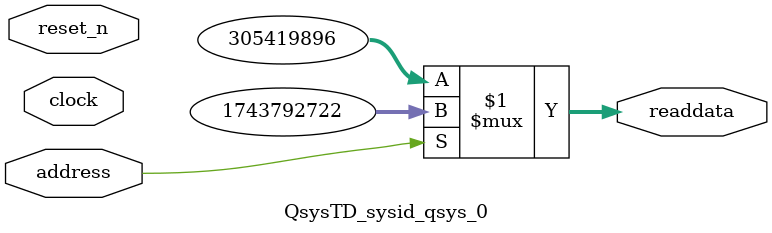
<source format=v>



// synthesis translate_off
`timescale 1ns / 1ps
// synthesis translate_on

// turn off superfluous verilog processor warnings 
// altera message_level Level1 
// altera message_off 10034 10035 10036 10037 10230 10240 10030 

module QsysTD_sysid_qsys_0 (
               // inputs:
                address,
                clock,
                reset_n,

               // outputs:
                readdata
             )
;

  output  [ 31: 0] readdata;
  input            address;
  input            clock;
  input            reset_n;

  wire    [ 31: 0] readdata;
  //control_slave, which is an e_avalon_slave
  assign readdata = address ? 1743792722 : 305419896;

endmodule



</source>
